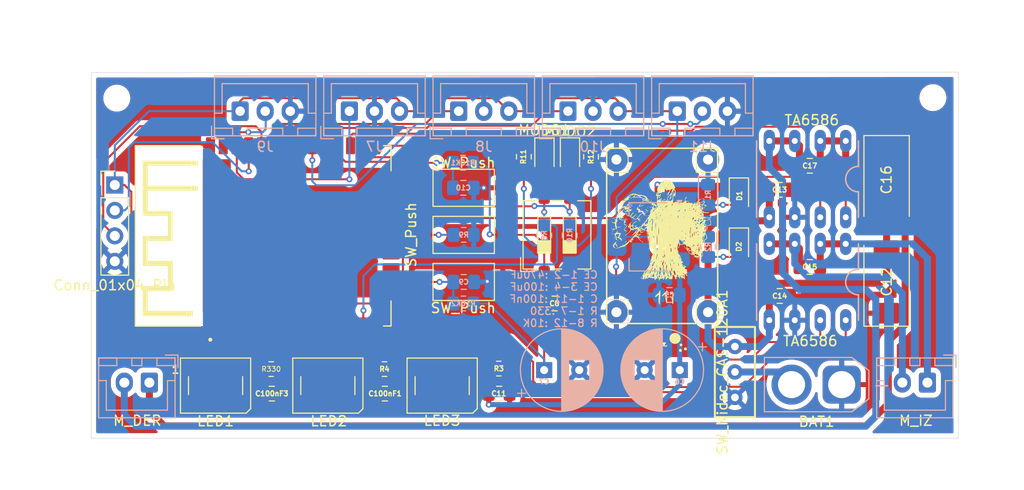
<source format=kicad_pcb>
(kicad_pcb (version 20241229) (generator "pcbnew") (generator_version "9.0")
  (layers (0 "F.Cu" signal) (2 "B.Cu" signal) (13 "F.Paste" user) (15 "B.Paste" user) (5 "F.SilkS" user "F.Silkscreen") (7 "B.SilkS" user "B.Silkscreen") (1 "F.Mask" user) (3 "B.Mask" user) (25 "Edge.Cuts" user))
  (net 0 "")
  (net 1 "GND")
  (net 2 "Net-(D1-A)")
  (net 3 "Net-(D2-A)")
  (net 4 "AUTO")
  (net 5 "EN")
  (net 6 "Net-(LED1-DIN)")
  (net 8 "BOOT")
  (net 9 "TXDO")
  (net 10 "RXDO")
  (net 11 "P_IZ")
  (net 12 "Net-(LED2-DIN)")
  (net 15 "Net-(LED3-DIN)")
  (net 16 "Net-(J2-Pin_1)")
  (net 17 "Net-(J2-Pin_2)")
  (net 18 "Net-(J4-Pin_2)")
  (net 19 "Net-(J4-Pin_1)")
  (net 20 "RC")
  (net 21 "F_IZ")
  (net 22 "F_FRE")
  (net 24 "F_DER")
  (net 36 "P_DER")
  (net 37 "FI_IZ")
  (net 40 "Net-(D8-A)")
  (net 41 "Net-(D9-A)")
  (net 42 "+5V")
  (net 43 "Net-(BAT1-Pin_2)")
  (net 44 "ACT")
  (net 45 "BAT")
  (net 46 "+3.3V")
  (net 47 "BI_IZ")
  (net 48 "BI_IZQ")
  (net 49 "BI_DER")
  (net 50 "WS3")
  (net 51 "WS2")
  (net 52 "WS1")
  (net 53 "Net-(R11-Pad1)")
  (net 54 "Net-(R10-Pad2)")
  (footprint "Capacitor_SMD:C_0805_2012Metric_Pad1.18x1.45mm_HandSolder" (layer "F.Cu") (at 194.9625 79.65)
    (property "Reference" "C8")
    (property "Value" "100nf" (hide yes))
  )
  (footprint "LED_SMD:LED_0805_2012Metric_Pad1.15x1.40mm_HandSolder" (layer "F.Cu") (at 213.35 73.975 -90)
    (property "Reference" "D2")
    (property "Value" "Rojo" (hide yes))
  )
  (footprint "MountingHole:MountingHole_2.2mm_M2_ISO7380" (layer "F.Cu") (at 232.7 59.1)
    (property "Reference" "H2" (hide yes))
    (property "Value" "MountingHole" (hide yes))
  )
  (footprint "LED_SMD:LED_0805_2012Metric_Pad1.15x1.40mm_HandSolder" (layer "F.Cu") (at 196.5 64.975 -90)
    (property "Reference" "D9" (hide yes))
    (property "Value" "MODO2")
  )
  (footprint "Button_Switch_SMD:SW_SPST_CK_RS282G05A3" (layer "F.Cu") (at 185.9 72.8 180)
    (property "Reference" "SW1" (hide yes))
    (property "Value" "SW_Push")
  )
  (footprint "Button_Switch_SMD:SW_DIP_SPSTx02_Slide_6.7x6.64mm_W8.61mm_P2.54mm_LowProfile" (layer "F.Cu") (at 195.2 72.8 90)
    (property "Reference" "SW2" (hide yes))
    (property "Value" "SW_DIP_x02" (hide yes))
  )
  (footprint "Capacitor_SMD:C_0805_2012Metric_Pad1.18x1.45mm_HandSolder" (layer "F.Cu") (at 217.4175 68.3 180)
    (property "Reference" "C13")
    (property "Value" "100nf" (hide yes))
  )
  (footprint "Capacitor_Tantalum_SMD:CP_EIA-7343-43_Kemet-X" (layer "F.Cu") (at 228.08 77.5 90)
    (property "Reference" "C12")
    (property "Value" "470uF" (hide yes))
  )
  (footprint "Capacitor_SMD:C_0805_2012Metric_Pad1.18x1.45mm_HandSolder" (layer "F.Cu") (at 166.7625 88.65)
    (property "Reference" "C100nF3")
    (property "Value" "C" (hide yes))
  )
  (footprint "Button_Switch_SMD:SW_SPST_CK_RS282G05A3" (layer "F.Cu") (at 185.9 77.5 180)
    (property "Reference" "SW3" (hide yes))
    (property "Value" "SW_Push")
  )
  (footprint "Capacitor_SMD:C_0805_2012Metric_Pad1.18x1.45mm_HandSolder" (layer "F.Cu") (at 178.0375 88.65)
    (property "Reference" "C100nF1")
    (property "Value" "C" (hide yes))
  )
  (footprint "Capacitor_SMD:C_0805_2012Metric_Pad1.18x1.45mm_HandSolder" (layer "F.Cu") (at 220.4225 65.9 180)
    (property "Reference" "C17")
    (property "Value" "100nf" (hide yes))
  )
  (footprint "ESP32S:MODULE_ESP-WROOM-32" (layer "F.Cu") (at 168.9 72.9 90)
    (property "Reference" "U4" (hide yes))
    (property "Value" "ESP-WROOM-32" (hide yes))
  )
  (footprint "LED_SMD:LED_WS2812B_PLCC4_5.0x5.0mm_P3.2mm" (layer "F.Cu") (at 183.75 87.85)
    (property "Reference" "LED3")
    (property "Value" "WS2812B-B" (hide yes))
  )
  (footprint "Capacitor_SMD:C_0805_2012Metric_Pad1.18x1.45mm_HandSolder" (layer "F.Cu") (at 220.4225 76 180)
    (property "Reference" "C15")
    (property "Value" "100nf" (hide yes))
  )
  (footprint "Resistor_SMD:R_0805_2012Metric_Pad1.20x1.40mm_HandSolder" (layer "F.Cu") (at 189.4 86.15 180)
    (property "Reference" "R3")
    (property "Value" "330" (hide yes))
  )
  (footprint "Button_Switch_SMD:SW_SPST_CK_RS282G05A3" (layer "F.Cu") (at 185.9 68.1 180)
    (property "Reference" "SW4" (hide yes))
    (property "Value" "SW_Push")
  )
  (footprint "MountingHole:MountingHole_2.2mm_M2_ISO7380" (layer "F.Cu") (at 151.3 59.15)
    (property "Reference" "H1" (hide yes))
    (property "Value" "MountingHole" (hide yes))
  )
  (footprint "Capacitor_SMD:C_0805_2012Metric_Pad1.18x1.45mm_HandSolder" (layer "F.Cu") (at 189.4375 88.65)
    (property "Reference" "C11")
    (property "Value" "100nF" (hide yes))
  )
  (footprint "LED_SMD:LED_0805_2012Metric_Pad1.15x1.40mm_HandSolder" (layer "F.Cu") (at 193.95 64.975 -90)
    (property "Reference" "D8" (hide yes))
    (property "Value" "MODO1")
  )
  (footprint "Resistor_SMD:R_0805_2012Metric_Pad1.20x1.40mm_HandSolder" (layer "F.Cu") (at 191.9 65 90)
    (property "Reference" "R11")
    (property "Value" "10K" (hide yes))
  )
  (footprint "Capacitor_SMD:C_0805_2012Metric_Pad1.18x1.45mm_HandSolder" (layer "F.Cu") (at 217.4175 78.9 180)
    (property "Reference" "C14")
    (property "Value" "100nf" (hide yes))
  )
  (footprint "Resistor_SMD:R_0805_2012Metric_Pad1.20x1.40mm_HandSolder" (layer "F.Cu") (at 178 86.2 180)
    (property "Reference" "R4")
    (property "Value" "330" (hide yes))
  )
  (footprint "LED_SMD:LED_0805_2012Metric_Pad1.15x1.40mm_HandSolder" (layer "F.Cu") (at 213.35 68.975 -90)
    (property "Reference" "D1")
    (property "Value" "Azul" (hide yes))
  )
  (footprint "MixLib:SW_Slide-03_P2.54_L9_W4_H7" (layer "F.Cu") (at 212.95 86.49 90)
    (property "Reference" "SW6" (hide yes))
    (property "Value" "SW_Nidec_CAS-120A1")
  )
  (footprint "LED_SMD:LED_WS2812B_PLCC4_5.0x5.0mm_P3.2mm" (layer "F.Cu") (at 161.15 87.85)
    (property "Reference" "LED1")
    (property "Value" "WS2812B-B" (hide yes))
  )
  (footprint "MixLib:Mini360_step-down" (layer "F.Cu") (at 205.7 72.9 90)
    (property "Reference" "U6" (hide yes))
    (property "Value" "Mini360")
  )
  (footprint "Connector_PinHeader_2.54mm:PinHeader_1x04_P2.54mm_Vertical" (layer "F.Cu") (at 151.1 67.82)
    (property "Reference" "J3" (hide yes))
    (property "Value" "Conn_01x04_Pin")
  )
  (footprint "LED_SMD:LED_WS2812B_PLCC4_5.0x5.0mm_P3.2mm" (layer "F.Cu") (at 172.35 87.85)
    (property "Reference" "LED2")
    (property "Value" "WS2812B-B" (hide yes))
  )
  (footprint "Resistor_SMD:R_0805_2012Metric_Pad1.20x1.40mm_HandSolder" (layer "F.Cu") (at 198.6 65 90)
    (property "Reference" "R12")
    (property "Value" "10K" (hide yes))
  )
  (footprint "Resistor_SMD:R_0805_2012Metric_Pad1.20x1.40mm_HandSolder" (layer "F.Cu") (at 166.7 86.2 180)
    (property "Reference" "R330" (hide yes))
    (property "Value" "R" (hide yes))
  )
  (footprint "er:111" (layer "F.Cu") (at 205.7 74.45)
    (property "Reference" "G***" (hide yes))
    (property "Value" "LOGO" (hide yes))
  )
  (footprint "Capacitor_Tantalum_SMD:CP_EIA-7343-43_Kemet-X" (layer "F.Cu") (at 228.08 67.3 -90)
    (property "Reference" "C16")
    (property "Value" "470uF" (hide yes))
  )
  (footprint "TA6586:TA6586-FOOTPRINT" (layer "B.Cu") (at 217.65 58.342 90)
    (property "Reference" "U3" (hide yes))
    (property "Value" "TA6586" (hide yes))
  )
  (footprint "Capacitor_SMD:C_0805_2012Metric_Pad1.18x1.45mm_HandSolder" (layer "B.Cu") (at 185.9 77.5)
    (property "Reference" "C9")
    (property "Value" "100nF" (hide yes))
  )
  (footprint "Resistor_SMD:R_0805_2012Metric_Pad1.20x1.40mm_HandSolder" (layer "B.Cu") (at 185.9 72.8)
    (property "Reference" "R9")
    (property "Value" "R 1OK" (hide yes))
  )
  (footprint "Capacitor_SMD:C_0805_2012Metric_Pad1.18x1.45mm_HandSolder" (layer "B.Cu") (at 185.8625 68.1)
    (property "Reference" "C10")
    (property "Value" "100nF" (hide yes))
  )
  (footprint "Connector_JST:JST_XH_B3B-XH-A_1x03_P2.50mm_Vertical" (layer "B.Cu") (at 185.4 60.45)
    (property "Reference" "J8")
    (property "Value" "SFRE")
  )
  (footprint "Connector_JST:JST_XH_B3B-XH-A_1x03_P2.50mm_Vertical" (layer "B.Cu") (at 207.2 60.45)
    (property "Reference" "J11")
    (property "Value" "PDER")
  )
  (footprint "LED_SMD:LED_0805_2012Metric_Pad1.15x1.40mm_HandSolder" (layer "B.Cu") (at 210.27 68.8 -90)
    (property "Reference" "R1")
    (property "Value" "470 Azul" (hide yes))
  )
  (footprint "Capacitor_THT:CP_Radial_D8.0mm_P3.50mm" (layer "B.Cu") (at 193.925 86.3)
    (property "Reference" "C7")
    (property "Value" "100uF" (hide yes))
  )
  (footprint "Capacitor_THT:CP_Radial_D8.0mm_P3.50mm" (layer "B.Cu") (at 207.45 86.3 180)
    (property "Reference" "C6")
    (property "Value" "100uf" (hide yes))
  )
  (footprint "Resistor_SMD:R_0805_2012Metric_Pad1.20x1.40mm_HandSolder" (layer "B.Cu") (at 196.47 72.85 -90)
    (property "Reference" "R10")
    (property "Value" "R 330")
  )
  (footprint "TA6586:TA6586-FOOTPRINT" (layer "B.Cu") (at 217.65 68.62 90)
    (property "Reference" "U5" (hide yes))
    (property "Value" "TA6586" (hide yes))
  )
  (footprint "Resistor_SMD:R_0805_2012Metric_Pad1.20x1.40mm_HandSolder" (layer "B.Cu") (at 185.8625 79.65)
    (property "Reference" "R10K2")
    (property "Value" "R" (hide yes))
  )
  (footprint "Resistor_SMD:R_0805_2012Metric_Pad1.20x1.40mm_HandSolder" (layer "B.Cu") (at 193.93 72.85 -90)
    (property "Reference" "R8")
    (property "Value" "R 330")
  )
  (footprint "Connector_JST:JST_XH_B2B-XH-A_1x02_P2.50mm_Vertical" (layer "B.Cu") (at 154.55 87.55 180)
    (property "Reference" "J2" (hide yes))
    (property "Value" "M_DER")
  )
  (footprint "Connector_JST:JST_XH_B2B-XH-A_1x02_P2.50mm_Vertical" (layer "B.Cu") (at 232.15 87.55 180)
    (property "Reference" "J4" (hide yes))
    (property "Value" "M_IZ")
  )
  (footprint "Capacitor_SMD:C_0805_2012Metric_Pad1.18x1.45mm_HandSolder" (layer "B.Cu") (at 206.4125 78.8 180)
    (property "Reference" "C5")
    (property "Value" "100nF" (hide yes))
  )
  (footprint "Connector_JST:JST_XH_B3B-XH-A_1x03_P2.50mm_Vertical" (layer "B.Cu") (at 174.5 60.45)
    (property "Reference" "J7")
    (property "Value" "SIZQ")
  )
  (footprint "Connector_AMASS:AMASS_XT30U-F_1x02_P5.0mm_Vertical" (layer "B.Cu") (at 223.6 87.75 180)
    (property "Reference" "BAT1")
    (property "Value" "Screw_Terminal_01x02")
  )
  (footprint "Connector_JST:JST_XH_B3B-XH-A_1x03_P2.50mm_Vertical" (layer "B.Cu") (at 163.6 60.45)
    (property "Reference" "J9")
    (property "Value" "PIZQ")
  )
  (footprint "Resistor_SMD:R_0805_2012Metric_Pad1.20x1.40mm_HandSolder" (layer "B.Cu") (at 185.825 65.6)
    (property "Reference" "R10K1")
    (property "Value" "R" (hide yes))
  )
  (footprint "Connector_JST:JST_XH_B3B-XH-A_1x03_P2.50mm_Vertical" (layer "B.Cu") (at 196.3 60.45)
    (property "Reference" "J10")
    (property "Value" "SDER")
  )
  (footprint "Package_TO_SOT_SMD:SOT-223-3_TabPin2" (layer "B.Cu") (at 204.3 73 180)
    (property "Reference" "U2" (hide yes))
    (property "Value" "AMS1117-3.3" (hide yes))
  )
  (footprint "Resistor_SMD:R_0805_2012Metric_Pad1.20x1.40mm_HandSolder" (layer "B.Cu") (at 210.27 74 -90)
    (property "Reference" "R2")
    (property "Value" "220 Rojo" (hide yes))
  )
  (gr_circle (center 208.013959 84.186754) (end 208.113959 84.186754) (stroke (width 0.1)) (fill yes) (layer "F.SilkS"))
  (gr_circle (center 204.452156 84.186754) (end 204.513959 84.236754) (stroke (width 0.1)) (fill yes) (layer "F.SilkS"))
  (gr_arc (start 205.97977 83.586754) (mid 206.003973 83.591568) (end 206.024492 83.605278) (stroke (width 0.1)) (layer "F.SilkS"))
  (gr_line (start 205.85437 83.75) (end 205.77977 83.65) (stroke (width 0.1)) (layer "F.SilkS"))
  (gr_circle (center 203.952156 84.336754) (end 204.013959 84.386754) (stroke (width 0.1)) (fill yes) (layer "F.SilkS"))
  (gr_arc (start 205.90517 83.75) (mid 205.87977 83.7754) (end 205.85437 83.75) (stroke (width 0.1)) (layer "F.SilkS"))
  (gr_rect (start 205.813959 83.586754) (end 205.913959 83.686754) (stroke (width 0.1)) (fill yes) (layer "F.SilkS"))
  (gr_circle (center 204.013959 83.786754) (end 204.063959 83.836754) (stroke (width 0.1)) (fill yes) (layer "F.SilkS"))
  (gr_line (start 205.748147 83.586754) (end 205.97977 83.586754) (stroke (width 0.1)) (layer "F.SilkS"))
  (gr_circle (center 206.975762 83.136754) (end 206.675762 83.536754) (stroke (width 0.1)) (fill yes) (layer "F.SilkS"))
  (gr_arc (start 205.862758 83.763926) (mid 205.76005 83.9) (end 205.601034 83.838526) (stroke (width 0.1)) (layer "F.SilkS"))
  (gr_circle (center 207.575762 83.786754) (end 207.663959 83.786754) (stroke (width 0.1)) (fill yes) (layer "F.SilkS"))
  (gr_circle (center 204.675761 83.136754) (end 204.375761 83.536754) (stroke (width 0.1)) (fill yes) (layer "F.SilkS"))
  (gr_circle (center 207.513959 84.336754) (end 207.613959 84.336754) (stroke (width 0.1)) (fill yes) (layer "F.SilkS"))
  (gr_line (start 205.90517 83.75) (end 205.97977 83.65) (stroke (width 0.1)) (layer "F.SilkS"))
  (gr_arc (start 205.72977 83.6) (mid 205.738425 83.592637) (end 205.748147 83.586754) (stroke (width 0.1)) (layer "F.SilkS"))
  (gr_arc (start 206.15 83.85) (mid 205.990984 83.911474) (end 205.888276 83.7754) (stroke (width 0.1)) (layer "F.SilkS"))
  (gr_line (start 148.75 56.6) (end 148.75 93.1) (stroke (width 0.05)) (layer "Edge.Cuts"))
  (gr_line (start 235.25 93.1) (end 235.25 56.55) (stroke (width 0.05)) (layer "Edge.Cuts"))
  (gr_line (start 148.75 93.1) (end 235.25 93.1) (stroke (width 0.05)) (layer "Edge.Cuts"))
  (gr_line (start 148.75 56.6) (end 235.25 56.55) (stroke (width 0.05)) (layer "Edge.Cuts"))
  (gr_text "CE 1-2 :470uF\nCE 3-4 :100uF\nC 1-11 :100nF\nR 1-7 :330\nR 8-12 :10K\n" (at 199.35 82.05 0) (layer "B.SilkS") (effects (font (size 0.75 0.75) (thickness 0.125) (bold yes)) (justify left bottom mirror)))
  (segment (start 196.5 63.1) (end 196.5 63.95) (width 0.2) (layer "F.Cu") (net 1))
  (segment (start 196.8 62.8) (end 196.5 63.1) (width 0.2) (layer "F.Cu") (net 1))
  (segment (start 187.9 68.1) (end 189.8 68.1) (width 0.2) (layer "F.Cu") (net 1))
  (segment (start 218.8 70.922) (end 218.92 71.042) (width 0.2) (layer "F.Cu") (net 1))
  (segment (start 201.13 65.28) (end 201.13 63.13) (width 0.2) (layer "F.Cu") (net 1))
  (segment (start 201.13 63.13) (end 200.8 62.8) (width 0.2) (layer "F.Cu") (net 1))
  (segment (start 200.8 62.8) (end 196.8 62.8) (width 0.2) (layer "F.Cu") (net 1))
  (via (at 187.9 68.1) (size 0.6) (drill 0.3) (layers "F.Cu" "B.Cu") (net 1))
  (via (at 188.25 77.45) (size 0.6) (drill 0.3) (layers "F.Cu" "B.Cu") (net 1))
  (segment (start 186.9 68.1) (end 187.9 68.1) (width 0.2) (layer "B.Cu") (net 1))
  (segment (start 213.15 69.8) (end 213.35 70) (width 0.2) (layer "F.Cu") (net 2))
  (segment (start 211.75 69.8) (end 213.15 69.8) (width 0.2) (layer "F.Cu") (net 2))
  (segment (start 213.325 69.8) (end 213.35 69.825) (width 0.2) (layer "F.Cu") (net 2))
  (via (at 211.75 69.8) (size 0.6) (drill 0.3) (layers "F.Cu" "B.Cu") (net 2))
  (segment (start 210.27 69.825) (end 211.725 69.825) (width 0.2) (layer "B.Cu") (net 2))
  (segment (start 211.725 69.825) (end 211.75 69.8) (width 0.2) (layer "B.Cu") (net 2))
  (segment (start 211.8 75) (end 213.35 75) (width 0.2) (layer "F.Cu") (net 3))
  (via (at 211.8 75) (size 0.6) (drill 0.3) (layers "F.Cu" "B.Cu") (net 3))
  (segment (start 210.27 75) (end 211.85 75) (width 0.2) (layer "B.Cu") (net 3))
  (segment (start 175.885 80.365) (end 175.9 80.35) (width 0.2) (layer "F.Cu") (net 4))
  (segment (start 175.885 81.9) (end 175.885 80.365) (width 0.2) (layer "F.Cu") (net 4))
  (segment (start 193.93 70.52) (end 193.93 68.495) (width 0.2) (layer "F.Cu") (net 4))
  (via (at 175.9 80.35) (size 0.6) (drill 0.3) (layers "F.Cu" "B.Cu") (net 4))
  (via (at 193.93 70.52) (size 0.6) (drill 0.3) (layers "F.Cu" "B.Cu") (net 4))
  (segment (start 195.2 72.1) (end 194.95 71.85) (width 0.2) (layer "B.Cu") (net 4))
  (segment (start 194.95 71.85) (end 193.93 71.85) (width 0.2) (layer "B.Cu") (net 4))
  (segment (start 195.2 75.45) (end 195.2 72.1) (width 0.2) (layer "B.Cu") (net 4))
  (segment (start 175.9 80.35) (end 175.9 76.9) (width 0.2) (layer "B.Cu") (net 4))
  (segment (start 175.9 76.9) (end 177.05 75.75) (width 0.2) (layer "B.Cu") (net 4))
  (segment (start 193.93 71.85) (end 193.93 70.52) (width 0.2) (layer "B.Cu") (net 4))
  (segment (start 194.9 75.75) (end 195.2 75.45) (width 0.2) (layer "B.Cu") (net 4))
  (segment (start 177.05 75.75) (end 194.9 75.75) (width 0.2) (layer "B.Cu") (net 4))
  (segment (start 182 77.5) (end 182 78.75) (width 0.2) (layer "F.Cu") (net 5))
  (segment (start 183.5 77.5) (end 182 77.5) (width 0.2) (layer "F.Cu") (net 5))
  (segment (start 181.1 79.65) (end 164.585 79.65) (width 0.2) (layer "F.Cu") (net 5))
  (segment (start 164.585 79.65) (end 163.185 81.05) (width 0.2) (layer "F.Cu") (net 5))
  (segment (start 163.185 81.05) (end 163.185 81.9) (width 0.2) (layer "F.Cu") (net 5))
  (segment (start 182 78.75) (end 181.1 79.65) (width 0.2) (layer "F.Cu") (net 5))
  (segment (start 183.55 77.5) (end 183.5 77.5) (width 0.2) (layer "F.Cu") (net 5))
  (via (at 183.5 77.5) (size 0.6) (drill 0.3) (layers "F.Cu" "B.Cu") (net 5))
  (segment (start 184.862 78.575) (end 184.862 78.0375) (width 0.2) (layer "B.Cu") (net 5))
  (segment (start 184.862 78.0375) (end 184.862 77.5) (width 0.2) (layer "B.Cu") (net 5))
  (segment (start 184.862 78.575) (end 184.862 78.5755) (width 0.2) (layer "B.Cu") (net 5))
  (segment (start 184.862 78.0375) (end 184.862 78.037) (width 0.2) (layer "B.Cu") (net 5))
  (segment (start 184.862 78.037) (end 184.862 77.5) (width 0.2) (layer "B.Cu") (net 5))
  (segment (start 184.862 78.5755) (end 184.862 79.65) (width 0.2) (layer "B.Cu") (net 5))
  (segment (start 184.862 77.5) (end 183.5 77.5) (width 0.2) (layer "B.Cu") (net 5))
  (segment (start 184.8625 79.65) (end 184.862 79.65) (width 0.2) (layer "B.Cu") (net 5))
  (segment (start 184.862 79.65) (end 184.862 78.575) (width 0.2) (layer "B.Cu") (net 5))
  (segment (start 165.55 86.2) (end 165.7 86.05) (width 0.2) (layer "F.Cu") (net 6))
  (segment (start 165.7 86.05) (end 165.785 86.05) (width 0.2) (layer "F.Cu") (net 6))
  (segment (start 165.7 86.2) (end 163.6 86.2) (width 0.2) (layer "F.Cu") (net 6))
  (segment (start 164.65 86.2) (end 165.55 86.2) (width 0.2) (layer "F.Cu") (net 6))
  (segment (start 183.2 65.6) (end 182 65.6) (width 0.2) (layer "F.Cu") (net 8))
  (segment (start 181.4 63.9) (end 177.155 63.9) (width 0.2) (layer "F.Cu") (net 8))
  (segment (start 182 64.5) (end 181.4 63.9) (width 0.2) (layer "F.Cu") (net 8))
  (segment (start 182 68.1) (end 182 65.6) (width 0.2) (layer "F.Cu") (net 8))
  (segment (start 182 65.6) (end 182 64.5) (width 0.2) (layer "F.Cu") (net 8))
  (via (at 183.2 65.6) (size 0.6) (drill 0.3) (layers "F.Cu" "B.Cu") (net 8))
  (segment (start 184.825 65.6) (end 183.2 65.6) (width 0.2) (layer "B.Cu") (net 8))
  (segment (start 184.825 68.1) (end 184.825 65.6) (width 0.2) (layer "B.Cu") (net 8))
  (segment (start 164.455 66.45) (end 164.455 63.9) (width 0.2) (layer "F.Cu") (net 9))
  (via (at 164.455 66.45) (size 0.6) (drill 0.3) (layers "F.Cu" "B.Cu") (net 9))
  (segment (start 152.5 69.95) (end 152.09 70.36) (width 0.2) (layer "B.Cu") (net 9))
  (segment (start 153 63.55) (end 152.5 64.05) (width 0.2) (layer "B.Cu") (net 9))
  (segment (start 152.09 70.36) (end 151.1 70.36) (width 0.2) (layer "B.Cu") (net 9))
  (segment (start 160.85 63.55) (end 153 63.55) (width 0.2) (layer "B.Cu") (net 9))
  (segment (start 163.75 66.45) (end 160.85 63.55) (width 0.2) (layer "B.Cu") (net 9))
  (segment (start 152.5 64.05) (end 152.5 69.95) (width 0.2) (layer "B.Cu") (net 9))
  (segment (start 164.5 66.45) (end 163.75 66.45) (width 0.2) (layer "B.Cu") (net 9))
  (segment (start 149.949 71.749) (end 151.1 72.9) (width 0.2) (layer "F.Cu") (net 10))
  (segment (start 165.725 63.9) (end 165.725 62.525) (width 0.2) (layer "F.Cu") (net 10))
  (segment (start 165.725 62.525) (end 165.149 61.949) (width 0.2) (layer "F.Cu") (net 10))
  (segment (start 153.601 61.949) (end 149.949 65.601) (width 0.2) (layer "F.Cu") (net 10))
  (segment (start 165.149 61.949) (end 153.601 61.949) (width 0.2) (layer "F.Cu") (net 10))
  (segment (start 149.949 65.601) (end 149.949 71.749) (width 0.2) (layer "F.Cu") (net 10))
  (segment (start 162.1 62.55) (end 164.422167 62.55) (width 0.2) (layer "F.Cu") (net 11))
  (segment (start 161.915 63.9) (end 161.915 62.735) (width 0.2) (layer "F.Cu") (net 11))
  (segment (start 161.915 62.735) (end 162.1 62.55) (width 0.2) (layer "F.Cu") (net 11))
  (via (at 164.422167 62.55) (size 0.6) (drill 0.3) (layers "F.Cu" "B.Cu") (net 11))
  (segment (start 166.15 62.25) (end 166.15 60.5) (width 0.2) (layer "B.Cu") (net 11))
  (segment (start 164.422167 62.55) (end 165.85 62.55) (width 0.2) (layer "B.Cu") (net 11))
  (segment (start 166.15 60.5) (end 166.1 60.45) (width 0.2) (layer "B.Cu") (net 11))
  (segment (start 165.85 62.55) (end 166.15 62.25) (width 0.2) (layer "B.Cu") (net 11))
  (segment (start 174.8 86.2) (end 177 86.2) (width 0.2) (layer "F.Cu") (net 12))
  (segment (start 186.2 86.2) (end 188.35 86.2) (width 0.2) (layer "F.Cu") (net 15))
  (segment (start 188.35 86.2) (end 188.4 86.15) (width 0.2) (layer "F.Cu") (net 15))
  (segment (start 221.46 63.422) (end 224 63.422) (width 0.7) (layer "F.Cu") (net 16))
  (segment (start 156.024203 91.874203) (end 226.025797 91.874203) (width 0.7) (layer "F.Cu") (net 16))
  (segment (start 221.46 65.9) (end 221.46 63.422) (width 0.7) (layer "F.Cu") (net 16))
  (segment (start 224 65.875) (end 224 63.422) (width 0.7) (layer "F.Cu") (net 16))
  (segment (start 228.6 66.9) (end 225.025 66.9) (width 0.7) (layer "F.Cu") (net 16))
  (segment (start 154.55 90.4) (end 156.024203 91.874203) (width 0.7) (layer "F.Cu") (net 16))
  (segment (start 228.249 83.420712) (end 229.926 81.743712) (width 0.7) (layer "F.Cu") (net 16))
  (segment (start 154.55 87.55) (end 154.55 90.4) (width 0.7) (layer "F.Cu") (net 16))
  (segment (start 228.249 89.651) (end 228.249 83.420712) (width 0.7) (layer "F.Cu") (net 16))
  (segment (start 225.025 66.9) (end 224 65.875) (width 0.7) (layer "F.Cu") (net 16))
  (segment (start 229.926 68.226) (end 228.6 66.9) (width 0.7) (layer "F.Cu") (net 16))
  (segment (start 226.025797 91.874203) (end 228.249 89.651) (width 0.7) (layer "F.Cu") (net 16))
  (segment (start 229.926 81.743712) (end 229.926 68.226) (width 0.7) (layer "F.Cu") (net 16))
  (segment (start 219.385 63.887) (end 218.92 63.422) (width 0.7) (layer "F.Cu") (net 17))
  (segment (start 218.92 63.422) (end 216.38 63.422) (width 0.7) (layer "F.Cu") (net 17))
  (segment (start 219.385 65.9) (end 219.385 63.887) (width 0.7) (layer "F.Cu") (net 17))
  (segment (start 219.35 78.25) (end 226 78.25) (width 0.7) (layer "B.Cu") (net 17))
  (segment (start 152.05 90.75) (end 152.05 87.55) (width 0.7) (layer "B.Cu") (net 17))
  (segment (start 227 90.9) (end 226 91.9) (width 0.7) (layer "B.Cu") (net 17))
  (segment (start 227 79.25) (end 227 90.9) (width 0.7) (layer "B.Cu") (net 17))
  (segment (start 226 78.25) (end 227 79.25) (width 0.7) (layer "B.Cu") (net 17))
  (segment (start 217.7 67.4) (end 217.7 76.6) (width 0.7) (layer "B.Cu") (net 17))
  (segment (start 153.2 91.9) (end 152.05 90.75) (width 0.7) (layer "B.Cu") (net 17))
  (segment (start 217.7 76.6) (end 219.35 78.25) (width 0.7) (layer "B.Cu") (net 17))
  (segment (start 216.38 66.08) (end 217.7 67.4) (width 0.7) (layer "B.Cu") (net 17))
  (segment (start 226 91.9) (end 153.2 91.9) (width 0.7) (layer "B.Cu") (net 17))
  (segment (start 216.38 63.422) (end 216.38 66.08) (width 0.7) (layer "B.Cu") (net 17))
  (segment (start 218.92 73.7) (end 216.38 73.7) (width 0.7) (layer "F.Cu") (net 18))
  (segment (start 219.385 76) (end 219.385 74.165) (width 0.7) (layer "F.Cu") (net 18))
  (segment (start 219.385 74.165) (end 218.92 73.7) (width 0.7) (layer "F.Cu") (net 18))
  (segment (start 218.92 75.67) (end 220.25 77) (width 0.7) (layer "B.Cu") (net 18))
  (segment (start 220.25 77) (end 228 77) (width 0.7) (layer "B.Cu") (net 18))
  (segment (start 229.65 78.65) (end 229.65 87.55) (width 0.7) (layer "B.Cu") (net 18))
  (segment (start 218.92 73.7) (end 218.92 75.67) (width 0.7) (layer "B.Cu") (net 18))
  (segment (start 228 77) (end 229.65 78.65) (width 0.7) (layer "B.Cu") (net 18))
  (segment (start 221.46 73.7) (end 224 73.7) (width 0.7) (layer "F.Cu") (net 19))
  (segment (start 221.46 76) (end 221.46 73.7) (width 0.7) (layer "F.Cu") (net 19))
  (segment (start 230.7 73.7) (end 224 73.7) (width 0.7) (layer "B.Cu") (net 19))
  (segment (start 232.15 87.55) (end 232.15 75.15) (width 0.7) (layer "B.Cu") (net 19))
  (segment (start 232.15 75.15) (end 230.7 73.7) (width 0.7) (layer "B.Cu") (net 19))
  (segment (start 196.47 68.495) (end 196.47 70.48) (width 0.2) (layer "F.Cu") (net 20))
  (segment (start 176.185001 65.05) (end 175.885 64.749999) (width 0.2) (layer "F.Cu") (net 20))
  (segment (start 180.301 69.351) (end 180.301 66.1339) (width 0.2) (layer "F.Cu") (net 20))
  (segment (start 175.9 63.885) (end 175.885 63.9) (width 0.2) (layer "F.Cu") (net 20))
  (segment (start 180.9 69.95) (end 180.301 69.351) (width 0.2) (layer "F.Cu") (net 20))
  (segment (start 180.301 66.1339) (end 179.2171 65.05) (width 0.2) (layer "F.Cu") (net 20))
  (segment (start 175.885 64.749999) (end 175.885 63.9) (width 0.2) (layer "F.Cu") (net 20))
  (segment (start 179.2171 65.05) (end 176.185001 65.05) (width 0.2) (layer "F.Cu") (net 20))
  (segment (start 192.919 69.95) (end 180.9 69.95) (width 0.2) (layer "F.Cu") (net 20))
  (segment (start 192.95 69.919) (end 192.919 69.95) (width 0.2) (layer "F.Cu") (net 20))
  (via (at 192.95 69.919) (size 0.6) (drill 0.3) (layers "F.Cu" "B.Cu") (net 20))
  (via (at 196.47 70.48) (size 0.6) (drill 0.3) (layers "F.Cu" "B.Cu") (net 20))
  (segment (start 195.909 69.919) (end 196.47 70.48) (width 0.2) (layer "B.Cu") (net 20))
  (segment (start 192.95 69.919) (end 195.909 69.919) (width 0.2) (layer "B.Cu") (net 20))
  (segment (start 196.47 71.85) (end 196.47 70.48) (width 0.2) (layer "B.Cu") (net 20))
  (segment (start 163.27 66.57) (end 163.27 63.9845) (width 0.2) (layer "F.Cu") (net 21))
  (segment (start 163.9455 67.2455) (end 163.27 66.57) (width 0.2) (layer "F.Cu") (net 21))
  (segment (start 163.27 63.9845) (end 163.185 63.9) (width 0.2) (layer "F.Cu") (net 21))
  (segment (start 174.5955 67.2455) (end 163.9455 67.2455) (width 0.2) (layer "F.Cu") (net 21))
  (segment (start 174.6 67.25) (end 174.5955 67.2455) (width 0.2) (layer "F.Cu") (net 21))
  (via (at 174.5 67.25) (size 0.6) (drill 0.3) (layers "F.Cu" "B.Cu") (net 21))
  (segment (start 174.5 67.25) (end 174.5 60.45) (width 0.2) (layer "B.Cu") (net 21))
  (segment (start 167 63.905) (end 166.995 63.9) (width 0.2) (layer "F.Cu") (net 22))
  (segment (start 182.074 61.726) (end 183.35 60.45) (width 0.2) (layer "F.Cu") (net 22))
  (segment (start 183.35 60.45) (end 185.4 60.45) (width 0.2) (layer "F.Cu") (net 22))
  (segment (start 166.995 62.455) (end 167.724 61.726) (width 0.2) (layer "F.Cu") (net 22))
  (segment (start 167.724 61.726) (end 182.074 61.726) (width 0.2) (layer "F.Cu") (net 22))
  (segment (start 166.995 63.9) (end 166.995 62.455) (width 0.2) (layer "F.Cu") (net 22))
  (segment (start 169.535 63.050001) (end 170.458001 62.127) (width 0.2) (layer "F.Cu") (net 24))
  (segment (start 192.7 61.9) (end 194.15 60.45) (width 0.2) (layer "F.Cu") (net 24))
  (segment (start 194.15 60.45) (end 196.3 60.45) (width 0.2) (layer "F.Cu") (net 24))
  (segment (start 170.458001 62.127) (end 182.2401 62.127) (width 0.2) (layer "F.Cu") (net 24))
  (segment (start 182.4671 61.9) (end 192.7 61.9) (width 0.2) (layer "F.Cu") (net 24))
  (segment (start 169.535 63.9) (end 169.535 63.050001) (width 0.2) (layer "F.Cu") (net 24))
  (segment (start 182.2401 62.127) (end 182.4671 61.9) (width 0.2) (layer "F.Cu") (net 24))
  (segment (start 205.75 61.726) (end 208.5 61.726) (width 0.2) (layer "F.Cu") (net 36))
  (segment (start 170.805 63.9) (end 170.805 65.345) (width 0.2) (layer "F.Cu") (net 36))
  (segment (start 170.805 65.345) (end 170.8 65.35) (width 0.2) (layer "F.Cu") (net 36))
  (via (at 208.5 61.726) (size 0.6) (drill 0.3) (layers "F.Cu" "B.Cu") (net 36))
  (via (at 205.75 61.726) (size 0.6) (drill 0.3) (layers "F.Cu" "B.Cu") (net 36))
  (via (at 170.8 65.35) (size 0.6) (drill 0.3) (layers "F.Cu" "B.Cu") (net 36))
  (segment (start 208.5 61.726) (end 209.224 61.726) (width 0.2) (layer "B.Cu") (net 36))
  (segment (start 171.201 67.851) (end 175.049 67.851) (width 0.2) (layer "B.Cu") (net 36))
  (segment (start 181.174 61.726) (end 205.75 61.726) (width 0.2) (layer "B.Cu") (net 36))
  (segment (start 170.8 65.35) (end 170.8 67.45) (width 0.2) (layer "B.Cu") (net 36))
  (segment (start 209.224 61.726) (end 209.7 61.25) (width 0.2) (layer "B.Cu") (net 36))
  (segment (start 170.8 67.45) (end 171.201 67.851) (width 0.2) (layer "B.Cu") (net 36))
  (segment (start 209.7 61.25) (end 209.7 60.45) (width 0.2) (layer "B.Cu") (net 36))
  (segment (start 175.049 67.851) (end 181.174 61.726) (width 0.2) (layer "B.Cu") (net 36))
  (segment (start 179.1 65.5) (end 174.1 65.5) (width 0.2) (layer "F.Cu") (net 37))
  (segment (start 174.1 65.5) (end 173.345 64.745) (width 0.2) (layer "F.Cu") (net 37))
  (segment (start 204.9 67) (end 200.7783 71.1217) (width 0.2) (layer "F.Cu") (net 37))
  (segment (start 221.46 71.042) (end 221.46 68.61) (width 0.2) (layer "F.Cu") (net 37))
  (segment (start 200.7783 71.1217) (end 180.8217 71.1217) (width 0.2) (layer "F.Cu") (net 37))
  (segment (start 173.345 64.745) (end 173.345 63.9) (width 0.2) (layer "F.Cu") (net 37))
  (segment (start 221.46 68.61) (end 219.85 67) (width 0.2) (layer "F.Cu") (net 37))
  (segment (start 179.9 66.3) (end 179.1 65.5) (width 0.2) (layer "F.Cu") (net 37))
  (segment (start 219.85 67) (end 204.9 67) (width 0.2) (layer "F.Cu") (net 37))
  (segment (start 179.9 70.2) (end 179.9 66.3) (width 0.2) (layer "F.Cu") (net 37))
  (segment (start 180.8217 71.1217) (end 179.9 70.2) (width 0.2) (layer "F.Cu") (net 37))
  (segment (start 191.95 64) (end 193.95 66) (width 0.2) (layer "F.Cu") (net 40))
  (segment (start 191.9 64) (end 191.95 64) (width 0.2) (layer "F.Cu") (net 40))
  (segment (start 196.5 66) (end 198.5 64) (width 0.2) (layer "F.Cu") (net 41))
  (segment (start 198.5 64) (end 198.6 64) (width 0.2) (layer "F.Cu") (net 41))
  (segment (start 181.3 86.2) (end 181.3 87.05) (width 0.5) (layer "F.Cu") (net 42))
  (segment (start 188.4 89.75) (end 188.4 88.65) (width 0.5) (layer "F.Cu") (net 42))
  (segment (start 171.75 86.2) (end 169.9 86.2) (width 0.5) (layer "F.Cu") (net 42))
  (segment (start 169.476 87.474) (end 169.9 87.05) (width 0.5) (layer "F.Cu") (net 42))
  (segment (start 160.3 86.2) (end 158.7 86.2) (width 0.5) (layer "F.Cu") (net 42))
  (segment (start 165.725 88.65) (end 165.575 88.5) (width 0.5) (layer "F.Cu") (net 42))
  (segment (start 205.225 67.775) (end 205.2 67.8) (width 0.5) (layer "F.Cu") (net 42))
  (segment (start 188.4 88.65) (end 188.25 88.5) (width 0.5) (layer "F.Cu") (net 42))
  (segment (start 165.575 88.5) (end 162.6 88.5) (width 0.5) (layer "F.Cu") (net 42))
  (segment (start 205.2 74) (end 205.2 67.8) (width 0.5) (layer "F.Cu") (net 42))
  (segment (start 177.399 87.351) (end 177 87.75) (width 0.5) (layer "F.Cu") (net 42))
  (segment (start 180.999 87.351) (end 177.399 87.351) (width 0.5) (layer "F.Cu") (net 42))
  (segment (start 169.9 87.05) (end 169.9 86.2) (width 0.5) (layer "F.Cu") (net 42))
  (segment (start 188.25 88.5) (end 185.05 88.5) (width 0.5) (layer "F.Cu") (net 42))
  (segment (start 177 88.65) (end 176.888 88.5376) (width 0.5) (layer "F.Cu") (net 42))
  (segment (start 165.725 87.775) (end 166.026 87.474) (width 0.5) (layer "F.Cu") (net 42))
  (segment (start 205.2 67.8) (end 205.2 68.4) (width 0.5) (layer "F.Cu") (net 42))
  (segment (start 182.75 86.2) (end 181.3 86.2) (width 0.5) (layer "F.Cu") (net 42))
  (segment (start 176.888 88.5376) (end 174.088 88.5376) (width 0.5) (layer "F.Cu") (net 42))
  (segment (start 166.026 87.474) (end 169.476 87.474) (width 0.5) (layer "F.Cu") (net 42))
  (segment (start 165.725 88.65) (end 165.725 87.775) (width 0.5) (layer "F.Cu") (net 42))
  (segment (start 181.3 87.05) (end 180.999 87.351) (width 0.5) (layer "F.Cu") (net 42))
  (segment (start 174.088 88.5376) (end 171.75 86.2) (width 0.5) (layer "F.Cu") (net 42))
  (segment (start 177 87.75) (end 177 88.65) (width 0.5) (layer "F.Cu") (net 42))
  (segment (start 162.6 88.5) (end 160.3 86.2) (width 0.5) (layer "F.Cu") (net 42))
  (segment (start 185.05 88.5) (end 182.75 86.2) (width 0.5) (layer "F.Cu") (net 42))
  (via (at 205.2 74) (size 0.6) (drill 0.3) (layers "F.Cu" "B.Cu") (net 42))
  (via (at 188.4 89.75) (size 0.6) (drill 0.3) (layers "F.Cu" "B.Cu") (net 42))
  (via (at 205.225 67.775) (size 0.6) (drill 0.3) (layers "F.Cu" "B.Cu") (net 42))
  (segment (start 207.45 78.8) (end 207.45 86.3) (width 0.5) (layer "B.Cu") (net 42))
  (segment (start 205.225 67.775) (end 210.27 67.775) (width 0.5) (layer "B.Cu") (net 42))
  (segment (start 207.45 87.75) (end 205.45 89.75) (width 0.5) (layer "B.Cu") (net 42))
  (segment (start 207.45 86.3) (end 207.45 87.75) (width 0.5) (layer "B.Cu") (net 42))
  (segment (start 207.45 75.3) (end 205.7 75.3) (width 0.5) (layer "B.Cu") (net 42))
  (segment (start 205.7 75.3) (end 205.2 74.8) (width 0.5) (layer "B.Cu") (net 42))
  (segment (start 205.2 74.8) (end 205.2 74) (width 0.5) (layer "B.Cu") (net 42))
  (segment (start 210.27 67.775) (end 210.27 65.28) (width 0.5) (layer "B.Cu") (net 42))
  (segment (start 205.45 89.75) (end 188.4 89.75) (width 0.5) (layer "B.Cu") (net 42))
  (segment (start 207.45 78.8) (end 207.45 75.3) (width 0.5) (layer "B.Cu") (net 42))
  (segment (start 217.34 86.49) (end 218.6 87.75) (width 0.7) (layer "B.Cu") (net 43))
  (segment (start 212.95 86.49) (end 217.34 86.49) (width 0.7) (layer "B.Cu") (net 43))
  (segment (start 180.5 72.8) (end 182 72.8) (width 0.2) (layer "F.Cu") (net 44))
  (segment (start 179.83752 77.26248) (end 179.83752 73.46248) (width 0.2) (layer "F.Cu") (net 44))
  (segment (start 179.755 77.345) (end 179.83752 77.26248) (width 0.2) (layer "F.Cu") (net 44))
  (segment (start 182 72.8) (end 183.4 72.8) (width 0.2) (layer "F.Cu") (net 44))
  (segment (start 179.83752 73.46248) (end 180.5 72.8) (width 0.2) (layer "F.Cu") (net 44))
  (segment (start 178.655 77.345) (end 179.755 77.345) (width 0.2) (layer "F.Cu") (net 44))
  (via (at 183.4 72.8) (size 0.6) (drill 0.3) (layers "F.Cu" "B.Cu") (net 44))
  (segment (start 183.4 72.8) (end 184.9 72.8) (width 0.2) (layer "B.Cu") (net 44))
  (segment (start 228.08 74.38) (end 228.08 76.92) (width 0.7) (layer "F.Cu") (net 45))
  (segment (start 227.376 77.624) (end 216.876 77.624) (width 0.7) (layer "F.Cu") (net 45))
  (segment (start 228.08 76.92) (end 227.376 77.624) (width 0.7) (layer "F.Cu") (net 45))
  (segment (start 216.022 71.4) (end 211.1 71.4) (width 0.7) (layer "F.Cu") (net 45))
  (segment (start 228.08 74.38) (end 228.08 70.42) (width 0.7) (layer "F.Cu") (net 45))
  (segment (start 216.38 71.042) (end 216.38 68.3) (width 0.7) (layer "F.Cu") (net 45))
  (segment (start 210.27 72.23) (end 210.27 80.52) (width 0.7) (layer "F.Cu") (net 45))
  (segment (start 211.1 71.4) (end 210.27 72.23) (width 0.7) (layer "F.Cu") (net 45))
  (segment (start 216.38 78.12) (end 216.38 78.9) (width 0.7) (layer "F.Cu") (net 45))
  (segment (start 216.38 71.042) (end 216.022 71.4) (width 0.7) (layer "F.Cu") (net 45))
  (segment (start 216.876 77.624) (end 216.38 78.12) (width 0.7) (layer "F.Cu") (net 45))
  (segment (start 216.38 78.9) (end 216.38 81.32) (width 0.7) (layer "F.Cu") (net 45))
  (segment (start 210.27 80.52) (end 210.27 83.27) (width 0.7) (layer "B.Cu") (net 45))
  (segment (start 210.95 83.95) (end 212.95 83.95) (width 0.7) (layer "B.Cu") (net 45))
  (segment (start 216.38 82.97) (end 216.38 81.32) (width 0.7) (layer "B.Cu") (net 45))
  (segment (start 215.4 83.95) (end 216.38 82.97) (width 0.7) (layer "B.Cu") (net 45))
  (segment (start 212.95 83.95) (end 215.4 83.95) (width 0.7) (layer "B.Cu") (net 45))
  (segment (start 210.27 83.27) (end 210.95 83.95) (width 0.7) (layer "B.Cu") (net 45))
  (segment (start 188.5 72.75) (end 188.55 72.75) (width 0.2) (layer "F.Cu") (net 46))
  (segment (start 161.613999 83.051) (end 154.132314 83.051) (width 0.2) (layer "F.Cu") (net 46))
  (segment (start 152.75 68.5) (end 152.07 67.82) (width 0.2) (layer "F.Cu") (net 46))
  (segment (start 193.35 59.15) (end 192.05 60.45) (width 0.2) (layer "F.Cu") (net 46))
  (segment (start 179.5 59.45) (end 179.2 59.15) (width 0.2) (layer "F.Cu") (net 46))
  (segment (start 152.75 81.668686) (end 152.75 68.5) (width 0.2) (layer "F.Cu") (net 46))
  (segment (start 179.5 60.45) (end 179.5 59.45) (width 0.2) (layer "F.Cu") (net 46))
  (segment (start 200.8 77.1) (end 196.475 77.1) (width 0.2) (layer "F.Cu") (net 46))
  (segment (start 201 59.15) (end 193.35 59.15) (width 0.2) (layer "F.Cu") (net 46))
  (segment (start 193.925 86.3) (end 193.925 79.65) (width 0.2) (layer "F.Cu") (net 46))
  (segment (start 161.915 81.9) (end 161.915 82.749999) (width 0.2) (layer "F.Cu") (net 46))
  (segment (start 201.3 60.45) (end 207.2 60.45) (width 0.2) (layer "F.Cu") (net 46))
  (segment (start 193.93 77.105) (end 193.93 79.645) (width 0.2) (layer "F.Cu") (net 46))
  (segment (start 192.05 60.45) (end 190.4 60.45) (width 0.2) (layer "F.Cu") (net 46))
  (segment (start 196.47 77.105) (end 193.93 77.105) (width 0.2) (layer "F.Cu") (net 46))
  (segment (start 188.55 72.75) (end 188.6 72.8) (width 0.2) (layer "F.Cu") (net 46))
  (segment (start 182.55 59.15) (end 181.25 60.45) (width 0.2) (layer "F.Cu") (net 46))
  (segment (start 193 72.8) (end 193.93 73.73) (width 0.2) (layer "F.Cu") (net 46))
  (segment (start 201.3 59.45) (end 201 59.15) (width 0.2) (layer "F.Cu") (net 46))
  (segment (start 193.93 79.645) (end 193.925 79.65) (width 0.2) (layer "F.Cu") (net 46))
  (segment (start 201.3 60.45) (end 201.3 59.45) (width 0.2) (layer "F.Cu") (net 46))
  (segment (start 193.93 73.73) (end 193.93 74.77) (width 0.2) (layer "F.Cu") (net 46))
  (segment (start 201.099 76.801) (end 200.8 77.1) (width 0.2) (layer "F.Cu") (net 46))
  (segment (start 181.25 60.45) (end 179.5 60.45) (width 0.2) (layer "F.Cu") (net 46))
  (segment (start 188.6 72.8) (end 189.8 72.8) (width 0.2) (layer "F.Cu") (net 46))
  (segment (start 163.9 59.15) (end 163.6 59.45) (width 0.2) (layer "F.Cu") (net 46))
  (segment (start 193.93 74.77) (end 193.93 77.105) (width 0.2) (layer "F.Cu") (net 46))
  (segment (start 179.2 59.15) (end 163.9 59.15) (width 0.2) (layer "F.Cu") (net 46))
  (segment (start 189.1 59.15) (end 182.55 59.15) (width 0.2) (layer "F.Cu") (net 46))
  (segment (start 152.07 67.82) (end 151.1 67.82) (width 0.2) (layer "F.Cu") (net 46))
  (segment (start 190.4 60.45) (end 189.1 59.15) (width 0.2) (layer "F.Cu") (net 46))
  (segment (start 163.6 59.45) (end 163.6 60.45) (width 0.2) (layer "F.Cu") (net 46))
  (segment (start 196.475 77.1) (end 196.47 77.105) (width 0.2) (layer "F.Cu") (net 46))
  (segment (start 201.099 75.9717) (end 201.099 76.801) (width 0.2) (layer "F.Cu") (net 46))
  (segment (start 154.132314 83.051) (end 152.75 81.668686) (width 0.2) (layer "F.Cu") (net 46))
  (segment (start 189.8 72.8) (end 193 72.8) (width 0.2) (layer "F.Cu") (net 46))
  (segment (start 161.915 82.749999) (end 161.613999 83.051) (width 0.2) (layer "F.Cu") (net 46))
  (via (at 188.5 72.75) (size 0.6) (drill 0.3) (layers "F.Cu" "B.Cu") (net 46))
  (via (at 201.099 75.9717) (size 0.6) (drill 0.3) (layers "F.Cu" "B.Cu") (net 46))
  (segment (start 154.6 60.45) (end 163.6 60.45) (width 0.2) (layer "B.Cu") (net 46))
  (segment (start 188.5 72.75) (end 188.5 66.35) (width 0.2) (layer "B.Cu") (net 46))
  (segment (start 188.5 66.35) (end 187.75 65.6) (width 0.2) (layer "B.Cu") (net 46))
  (segment (start 201.15 73) (end 201.15 69) (width 0.2) (layer "B.Cu") (net 46))
  (segment (start 187.75 65.6) (end 186.825 65.6) (width 0.2) (layer "B.Cu") (net 46))
  (segment (start 201.099 75.9717) (end 201.15 75.9207) (width 0.2) (layer "B.Cu") (net 46))
  (segment (start 207.45 73) (end 201.15 73) (width 0.2) (layer "B.Cu") (net 46))
  (segment (start 201.15 75.9207) (end 201.15 73) (width 0.2) (layer "B.Cu") (net 46))
  (segment (start 201.15 69) (end 207.2 62.95) (width 0.2) (layer "B.Cu") (net 46))
  (segment (start 207.45 73) (end 210.27 73) (width 0.2) (layer "B.Cu") (net 46))
  (segment (start 201.099 74.4037) (end 201.15 74.4547) (width 0.2) (layer "B.Cu") (net 46))
  (segment (start 188.35 79.65) (end 193.925 85.225) (width 0.2) (layer "B.Cu") (net 46))
  (segment (start 201.1 72.95) (end 201.15 73) (width 0.2) (layer "B.Cu") (net 46))
  (segment (start 151.1 63.85) (end 151.1 67.82) (width 0.2) (layer "B.Cu") (net 46))
  (segment (start 154.55 60.4) (end 151.1 63.85) (width 0.2) (layer "B.Cu") (net 46))
  (segment (start 193.925 85.225) (end 193.925 86.3) (width 0.2) (layer "B.Cu") (net 46))
  (segment (start 207.2 62.95) (end 207.2 60.45) (width 0.2) (layer "B.Cu") (net 46))
  (segment (start 154.55 60.4) (end 154.6 60.45) (width 0.2) (layer "B.Cu") (net 46))
  (segment (start 186.862 79.65) (end 188.35 79.65) (width 0.2) (layer "B.Cu") (net 46))
  (segment (start 174.83 62.7) (end 174.615 62.915) (width 0.2) (layer "F.Cu") (net 47))
  (segment (start 224 71.042) (end 224 67.85) (width 0.2) (layer "F.Cu") (net 47))
  (segment (start 208.676943 62.399) (end 196.6339 62.399) (width 0.2) (layer "F.Cu") (net 47))
  (segment (start 209.075943 62) (end 208.676943 62.399) (width 0.2) (layer "F.Cu") (net 47))
  (segment (start 220.2735 62.6735) (end 219.6 62) (width 0.2) (layer "F.Cu") (net 47))
  (segment (start 219.6 62) (end 209.075943 62) (width 0.2) (layer "F.Cu") (net 47))
  (segment (start 174.615 62.915) (end 174.615 63.9) (width 0.2) (layer "F.Cu") (net 47))
  (segment (start 220.2735 66.7235) (end 220.2735 62.6735) (width 0.2) (layer "F.Cu") (net 47))
  (segment (start 196.6339 62.399) (end 196.3329 62.7) (width 0.2) (layer "F.Cu") (net 47))
  (segment (start 223.3 67.15) (end 220.7 67.15) (width 0.2) (layer "F.Cu") (net 47))
  (segment (start 220.7 67.15) (end 220.2735 66.7235) (width 0.2) (layer "F.Cu") (net 47))
  (segment (start 196.3329 62.7) (end 174.83 62.7) (width 0.2) (layer "F.Cu") (net 47))
  (segment (start 224 67.85) (end 223.3 67.15) (width 0.2) (layer "F.Cu") (net 47))
  (segment (start 211.5 85.25) (end 214.5 85.25) (width 0.2) (layer "F.Cu") (net 48))
  (segment (start 192.824 87.401) (end 193.423 88) (width 0.2) (layer "F.Cu") (net 48))
  (segment (start 221.46 83.04) (end 221.46 81.32) (width 0.2) (layer "F.Cu") (net 48))
  (segment (start 175.199595 83.248) (end 190.5651 83.248) (width 0.2) (layer "F.Cu") (net 48))
  (segment (start 192.824 85.5069) (end 192.824 87.401) (width 0.2) (layer "F.Cu") (net 48))
  (segment (start 174.615 82.663405) (end 175.199595 83.248) (width 0.2) (layer "F.Cu") (net 48))
  (segment (start 221 83.5) (end 221.46 83.04) (width 0.2) (layer "F.Cu") (net 48))
  (segment (start 214.5 85.25) (end 216.25 83.5) (width 0.2) (layer "F.Cu") (net 48))
  (segment (start 193.423 88) (end 208.75 88) (width 0.2) (layer "F.Cu") (net 48))
  (segment (start 174.615 81.9) (end 174.615 82.663405) (width 0.2) (layer "F.Cu") (net 48))
  (segment (start 216.25 83.5) (end 221 83.5) (width 0.2) (layer "F.Cu") (net 48))
  (segment (start 190.5651 83.248) (end 192.824 85.5069) (width 0.2) (layer "F.Cu") (net 48))
  (segment (start 208.75 88) (end 211.5 85.25) (width 0.2) (layer "F.Cu") (net 48))
  (segment (start 191.75 85) (end 190.598 83.848) (width 0.2) (layer "F.Cu") (net 49))
  (segment (start 224 84) (end 223.75 84.25) (width 0.2) (layer "F.Cu") (net 49))
  (segment (start 223.75 84.25) (end 217.5 84.25) (width 0.2) (layer "F.Cu") (net 49))
  (segment (start 191.75 88) (end 191.75 85) (width 0.2) (layer "F.Cu") (net 49))
  (segment (start 190.598 83.848) (end 174.443001 83.848) (width 0.2) (layer "F.Cu") (net 49))
  (segment (start 192.25 88.5) (end 191.75 88) (width 0.2) (layer "F.Cu") (net 49))
  (segment (start 224 81.32) (end 224 84) (width 0.2) (layer "F.Cu") (net 49))
  (segment (start 173.345 82.749999) (end 173.345 81.9) (width 0.2) (layer "F.Cu") (net 49))
  (segment (start 174.443001 83.848) (end 173.345 82.749999) (width 0.2) (layer "F.Cu") (net 49))
  (segment (start 217.5 84.25) (end 213.783 87.967) (width 0.2) (layer "F.Cu") (net 49))
  (segment (start 210.8 88.5) (end 192.25 88.5) (width 0.2) (layer "F.Cu") (net 49))
  (segment (start 211.333 87.967) (end 210.8 88.5) (width 0.2) (layer "F.Cu") (net 49))
  (segment (start 213.783 87.967) (end 211.333 87.967) (width 0.2) (layer "F.Cu") (net 49))
  (segment (start 172.075 83.675) (end 172.075 81.9) (width 0.2) (layer "F.Cu") (net 50))
  (segment (start 178.616 84.249) (end 172.649 84.249) (width 0.2) (layer "F.Cu") (net 50))
  (segment (start 190.4 86.15) (end 188.75 84.5) (width 0.2) (layer "F.Cu") (net 50))
  (segment (start 178.867 84.5) (end 178.616 84.249) (width 0.2) (layer "F.Cu") (net 50))
  (segment (start 188.75 84.5) (end 178.867 84.5) (width 0.2) (layer "F.Cu") (net 50))
  (segment (start 172.649 84.249) (end 172.075 83.675) (width 0.2) (layer "F.Cu") (net 50))
  (segment (start 179 85.2) (end 178.45 84.65) (width 0.2) (layer "F.Cu") (net 51))
  (segment (start 170.805 84.055) (end 170.805 81.9) (width 0.2) (layer "F.Cu") (net 51))
  (segment (start 179 86.2) (end 179 85.2) (width 0.2) (layer "F.Cu") (net 51))
  (segment (start 171.4 84.65) (end 170.805 84.055) (width 0.2) (layer "F.Cu") (net 51))
  (segment (start 178.45 84.65) (end 171.4 84.65) (width 0.2) (layer "F.Cu") (net 51))
  (segment (start 167.7 86.2) (end 169.535 84.365) (width 0.2) (layer "F.Cu") (net 52))
  (segment (start 169.535 84.365) (end 169.535 81.9) (width 0.2) (layer "F.Cu") (net 52))
  (segment (start 191.9 68.2) (end 191.9 66) (width 0.2) (layer "F.Cu") (net 53))
  (via (at 191.9 68.2) (size 0.6) (drill 0.3) (layers "F.Cu" "B.Cu") (net 53))
  (segment (start 193.93 73.85) (end 192.85 73.85) (width 0.2) (layer "B.Cu") (net 53))
  (segment (start 192.85 73.85) (end 191.9 72.9) (width 0.2) (layer "B.Cu") (net 53))
  (segment (start 191.9 72.9) (end 191.9 68.2) (width 0.2) (layer "B.Cu") (net 53))
  (segment (start 198.6 68.2) (end 198.6 66) (width 0.2) (layer "F.Cu") (net 54))
  (via (at 198.6 68.2) (size 0.6) (drill 0.3) (layers "F.Cu" "B.Cu") (net 54))
  (segment (start 197.45 73.85) (end 198.6 72.7) (width 0.2) (layer "B.Cu") (net 54))
  (segment (start 196.47 73.85) (end 197.45 73.85) (width 0.2) (layer "B.Cu") (net 54))
  (segment (start 198.6 72.7) (end 198.6 68.2) (width 0.2) (layer "B.Cu") (net 54))
  (zone (net 1) (net_name "GND") (layers "F.Cu" "B.Cu") (connect_pads (clearance 0.5)) (min_thickness 0.25) (fill yes (thermal_gap 0.5) (thermal_bridge_width 0.5))
    (polygon (pts (xy 139.65 49.35) (xy 140.25 98.3) (xy 241.8 98.3) (xy 240.05 50.7)))
  )
)
</source>
